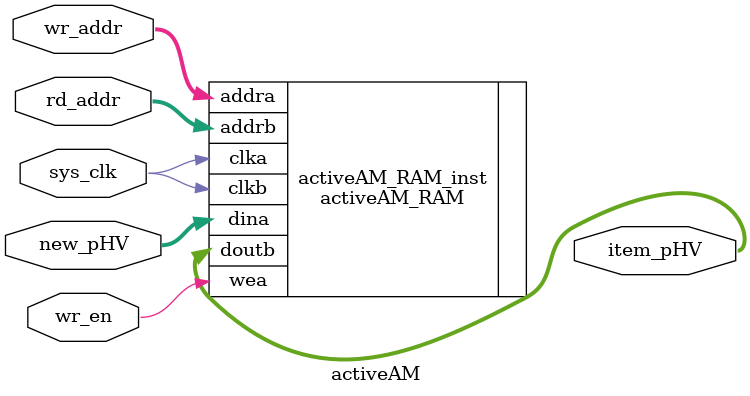
<source format=sv>
`timescale 100ps/100ps
module activeAM 
#(
    parameter Dpl = 16'd8
)
(
    input wire           sys_clk,
    input wire [3:0]     rd_addr,
    input wire [3:0]     wr_addr,
    input wire           wr_en,
    input wire [Dpl-1:0] new_pHV,

    output wire [Dpl-1:0] item_pHV
);

activeAM_RAM activeAM_RAM_inst (
    .clka(sys_clk),   
    .wea(wr_en),      
    .addra(wr_addr),  
    .dina(new_pHV),   
    .clkb(sys_clk),   
    .addrb(rd_addr),  
    .doutb(item_pHV)  
);

endmodule
</source>
